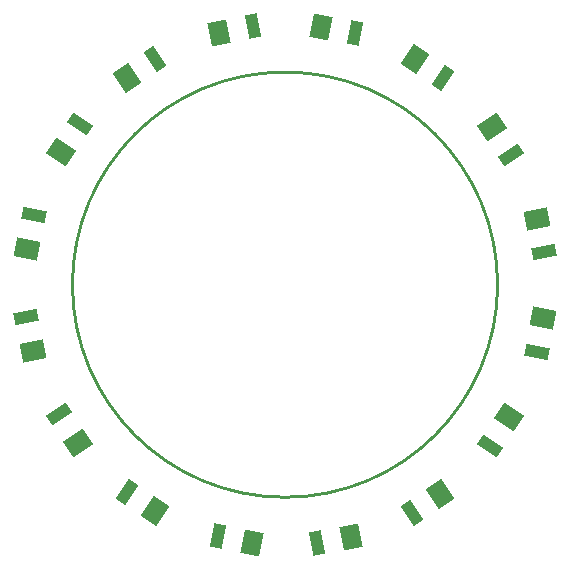
<source format=gtp>
G04*
G04 #@! TF.GenerationSoftware,Altium Limited,Altium Designer,20.0.2 (26)*
G04*
G04 Layer_Color=8421504*
%FSLAX44Y44*%
%MOMM*%
G71*
G01*
G75*
%ADD11C,0.2540*%
G04:AMPARAMS|DCode=12|XSize=1mm|YSize=2mm|CornerRadius=0mm|HoleSize=0mm|Usage=FLASHONLY|Rotation=213.750|XOffset=0mm|YOffset=0mm|HoleType=Round|Shape=Rectangle|*
%AMROTATEDRECTD12*
4,1,4,-0.1398,1.1093,0.9713,-0.5537,0.1398,-1.1093,-0.9713,0.5537,-0.1398,1.1093,0.0*
%
%ADD12ROTATEDRECTD12*%

G04:AMPARAMS|DCode=13|XSize=1.6mm|YSize=2mm|CornerRadius=0mm|HoleSize=0mm|Usage=FLASHONLY|Rotation=213.750|XOffset=0mm|YOffset=0mm|HoleType=Round|Shape=Rectangle|*
%AMROTATEDRECTD13*
4,1,4,0.1096,1.2759,1.2208,-0.3870,-0.1096,-1.2759,-1.2208,0.3870,0.1096,1.2759,0.0*
%
%ADD13ROTATEDRECTD13*%

G04:AMPARAMS|DCode=14|XSize=1.6mm|YSize=2mm|CornerRadius=0mm|HoleSize=0mm|Usage=FLASHONLY|Rotation=101.250|XOffset=0mm|YOffset=0mm|HoleType=Round|Shape=Rectangle|*
%AMROTATEDRECTD14*
4,1,4,1.1369,-0.5895,-0.8247,-0.9797,-1.1369,0.5895,0.8247,0.9797,1.1369,-0.5895,0.0*
%
%ADD14ROTATEDRECTD14*%

G04:AMPARAMS|DCode=15|XSize=1mm|YSize=2mm|CornerRadius=0mm|HoleSize=0mm|Usage=FLASHONLY|Rotation=101.250|XOffset=0mm|YOffset=0mm|HoleType=Round|Shape=Rectangle|*
%AMROTATEDRECTD15*
4,1,4,1.0783,-0.2953,-0.8832,-0.6855,-1.0783,0.2953,0.8832,0.6855,1.0783,-0.2953,0.0*
%
%ADD15ROTATEDRECTD15*%

G04:AMPARAMS|DCode=16|XSize=1mm|YSize=2mm|CornerRadius=0mm|HoleSize=0mm|Usage=FLASHONLY|Rotation=78.750|XOffset=0mm|YOffset=0mm|HoleType=Round|Shape=Rectangle|*
%AMROTATEDRECTD16*
4,1,4,0.8832,-0.6855,-1.0783,-0.2953,-0.8832,0.6855,1.0783,0.2953,0.8832,-0.6855,0.0*
%
%ADD16ROTATEDRECTD16*%

G04:AMPARAMS|DCode=17|XSize=1.6mm|YSize=2mm|CornerRadius=0mm|HoleSize=0mm|Usage=FLASHONLY|Rotation=78.750|XOffset=0mm|YOffset=0mm|HoleType=Round|Shape=Rectangle|*
%AMROTATEDRECTD17*
4,1,4,0.8247,-0.9797,-1.1369,-0.5895,-0.8247,0.9797,1.1369,0.5895,0.8247,-0.9797,0.0*
%
%ADD17ROTATEDRECTD17*%

G04:AMPARAMS|DCode=18|XSize=1.6mm|YSize=2mm|CornerRadius=0mm|HoleSize=0mm|Usage=FLASHONLY|Rotation=56.250|XOffset=0mm|YOffset=0mm|HoleType=Round|Shape=Rectangle|*
%AMROTATEDRECTD18*
4,1,4,0.3870,-1.2208,-1.2759,-0.1096,-0.3870,1.2208,1.2759,0.1096,0.3870,-1.2208,0.0*
%
%ADD18ROTATEDRECTD18*%

G04:AMPARAMS|DCode=19|XSize=1mm|YSize=2mm|CornerRadius=0mm|HoleSize=0mm|Usage=FLASHONLY|Rotation=56.250|XOffset=0mm|YOffset=0mm|HoleType=Round|Shape=Rectangle|*
%AMROTATEDRECTD19*
4,1,4,0.5537,-0.9713,-1.1093,0.1398,-0.5537,0.9713,1.1093,-0.1398,0.5537,-0.9713,0.0*
%
%ADD19ROTATEDRECTD19*%

G04:AMPARAMS|DCode=20|XSize=1.6mm|YSize=2mm|CornerRadius=0mm|HoleSize=0mm|Usage=FLASHONLY|Rotation=11.250|XOffset=0mm|YOffset=0mm|HoleType=Round|Shape=Rectangle|*
%AMROTATEDRECTD20*
4,1,4,-0.5895,-1.1369,-0.9797,0.8247,0.5895,1.1369,0.9797,-0.8247,-0.5895,-1.1369,0.0*
%
%ADD20ROTATEDRECTD20*%

G04:AMPARAMS|DCode=21|XSize=1mm|YSize=2mm|CornerRadius=0mm|HoleSize=0mm|Usage=FLASHONLY|Rotation=11.250|XOffset=0mm|YOffset=0mm|HoleType=Round|Shape=Rectangle|*
%AMROTATEDRECTD21*
4,1,4,-0.2953,-1.0783,-0.6855,0.8832,0.2953,1.0783,0.6855,-0.8832,-0.2953,-1.0783,0.0*
%
%ADD21ROTATEDRECTD21*%

G04:AMPARAMS|DCode=22|XSize=1mm|YSize=2mm|CornerRadius=0mm|HoleSize=0mm|Usage=FLASHONLY|Rotation=348.750|XOffset=0mm|YOffset=0mm|HoleType=Round|Shape=Rectangle|*
%AMROTATEDRECTD22*
4,1,4,-0.6855,-0.8832,-0.2953,1.0783,0.6855,0.8832,0.2953,-1.0783,-0.6855,-0.8832,0.0*
%
%ADD22ROTATEDRECTD22*%

G04:AMPARAMS|DCode=23|XSize=1.6mm|YSize=2mm|CornerRadius=0mm|HoleSize=0mm|Usage=FLASHONLY|Rotation=348.750|XOffset=0mm|YOffset=0mm|HoleType=Round|Shape=Rectangle|*
%AMROTATEDRECTD23*
4,1,4,-0.9797,-0.8247,-0.5895,1.1369,0.9797,0.8247,0.5895,-1.1369,-0.9797,-0.8247,0.0*
%
%ADD23ROTATEDRECTD23*%

G04:AMPARAMS|DCode=24|XSize=1.6mm|YSize=2mm|CornerRadius=0mm|HoleSize=0mm|Usage=FLASHONLY|Rotation=326.250|XOffset=0mm|YOffset=0mm|HoleType=Round|Shape=Rectangle|*
%AMROTATEDRECTD24*
4,1,4,-1.2208,-0.3870,-0.1096,1.2759,1.2208,0.3870,0.1096,-1.2759,-1.2208,-0.3870,0.0*
%
%ADD24ROTATEDRECTD24*%

G04:AMPARAMS|DCode=25|XSize=1mm|YSize=2mm|CornerRadius=0mm|HoleSize=0mm|Usage=FLASHONLY|Rotation=326.250|XOffset=0mm|YOffset=0mm|HoleType=Round|Shape=Rectangle|*
%AMROTATEDRECTD25*
4,1,4,-0.9713,-0.5537,0.1398,1.1093,0.9713,0.5537,-0.1398,-1.1093,-0.9713,-0.5537,0.0*
%
%ADD25ROTATEDRECTD25*%

G04:AMPARAMS|DCode=26|XSize=1mm|YSize=2mm|CornerRadius=0mm|HoleSize=0mm|Usage=FLASHONLY|Rotation=303.750|XOffset=0mm|YOffset=0mm|HoleType=Round|Shape=Rectangle|*
%AMROTATEDRECTD26*
4,1,4,-1.1093,-0.1398,0.5537,0.9713,1.1093,0.1398,-0.5537,-0.9713,-1.1093,-0.1398,0.0*
%
%ADD26ROTATEDRECTD26*%

G04:AMPARAMS|DCode=27|XSize=1.6mm|YSize=2mm|CornerRadius=0mm|HoleSize=0mm|Usage=FLASHONLY|Rotation=303.750|XOffset=0mm|YOffset=0mm|HoleType=Round|Shape=Rectangle|*
%AMROTATEDRECTD27*
4,1,4,-1.2759,0.1096,0.3870,1.2208,1.2759,-0.1096,-0.3870,-1.2208,-1.2759,0.1096,0.0*
%
%ADD27ROTATEDRECTD27*%

D11*
X180000Y0D02*
G03*
X180000Y0I-180000J0D01*
G01*
D12*
X-109809Y191217D02*
D03*
X107346Y-193039D02*
D03*
D13*
X-133922Y175105D02*
D03*
X131459Y-176928D02*
D03*
D14*
X213364Y55930D02*
D03*
X-213364Y-55930D02*
D03*
D15*
X219021Y27487D02*
D03*
X-219021Y-27487D02*
D03*
D16*
X213044Y-56588D02*
D03*
X-212779Y58873D02*
D03*
D17*
X218702Y-28145D02*
D03*
X-218436Y30430D02*
D03*
D18*
X189550Y-112303D02*
D03*
X-189550Y112303D02*
D03*
D19*
X173438Y-136416D02*
D03*
X-173438Y136416D02*
D03*
D20*
X55930Y-213364D02*
D03*
X-55930Y213364D02*
D03*
D21*
X27487Y-219021D02*
D03*
X-27487Y219021D02*
D03*
D22*
X-56588Y-213044D02*
D03*
X58873Y212779D02*
D03*
D23*
X-28145Y-218702D02*
D03*
X30430Y218436D02*
D03*
D24*
X-109841Y-191372D02*
D03*
X109841Y191372D02*
D03*
D25*
X-133954Y-175261D02*
D03*
X133954Y175261D02*
D03*
D26*
X-191217Y-109809D02*
D03*
X191217Y109809D02*
D03*
D27*
X-175105Y-133922D02*
D03*
X175105Y133922D02*
D03*
M02*

</source>
